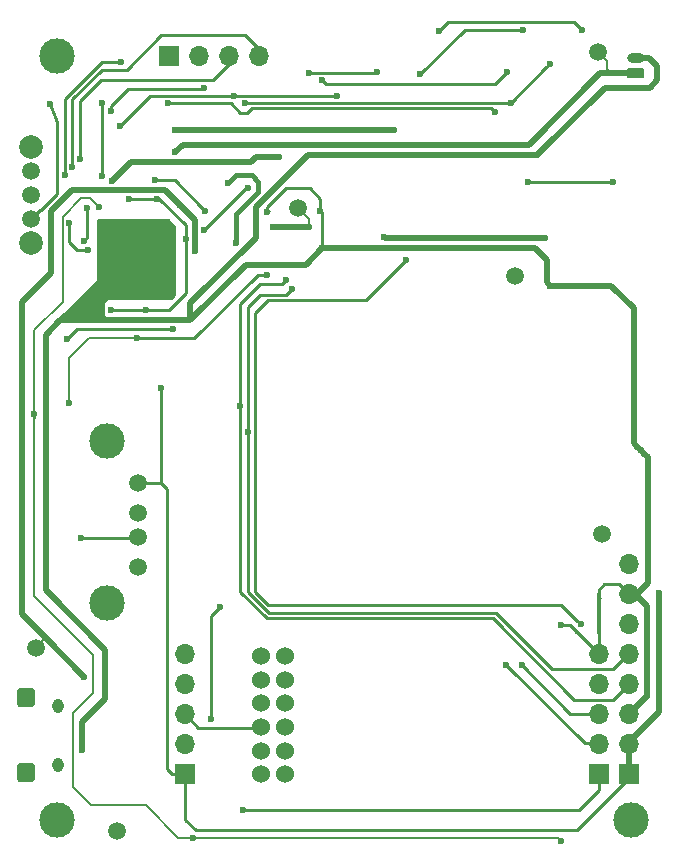
<source format=gbr>
G04 #@! TF.GenerationSoftware,KiCad,Pcbnew,(6.0.0-rc1-dev-1413-ga48e89956)*
G04 #@! TF.CreationDate,2019-10-25T11:37:15-06:00
G04 #@! TF.ProjectId,HAT_ver_6.0,4841545f-7665-4725-9f36-2e302e6b6963,5.1.1*
G04 #@! TF.SameCoordinates,Original*
G04 #@! TF.FileFunction,Copper,L2,Bot*
G04 #@! TF.FilePolarity,Positive*
%FSLAX46Y46*%
G04 Gerber Fmt 4.6, Leading zero omitted, Abs format (unit mm)*
G04 Created by KiCad (PCBNEW (6.0.0-rc1-dev-1413-ga48e89956)) date Friday, October 25, 2019 at 11:37:15 AM*
%MOMM*%
%LPD*%
G04 APERTURE LIST*
%ADD10C,0.350000*%
%ADD11C,1.524000*%
%ADD12C,3.000000*%
%ADD13R,0.400000X1.500000*%
%ADD14R,1.700000X1.700000*%
%ADD15O,1.700000X1.700000*%
%ADD16C,1.500000*%
%ADD17C,2.000000*%
%ADD18C,1.501140*%
%ADD19C,2.999740*%
%ADD20O,1.500000X0.850000*%
%ADD21C,0.100000*%
%ADD22C,0.850000*%
%ADD23O,0.950000X1.250000*%
%ADD24C,1.550000*%
%ADD25C,0.600000*%
%ADD26C,0.500000*%
%ADD27C,0.250000*%
%ADD28C,0.200000*%
%ADD29C,0.400000*%
%ADD30C,0.180000*%
%ADD31C,0.254000*%
G04 APERTURE END LIST*
D10*
X179755800Y-114308000D02*
X179755800Y-113308000D01*
D11*
X153203000Y-127428000D03*
X153203000Y-125428000D03*
X153203000Y-123428000D03*
X153203000Y-121428000D03*
X153203000Y-119428000D03*
X153203000Y-117428000D03*
X151203000Y-117428000D03*
X151203000Y-127428000D03*
X151203000Y-125428000D03*
X151203000Y-123428000D03*
X151203000Y-121428000D03*
X151203000Y-119428000D03*
D12*
X133908800Y-66614400D03*
D13*
X179755800Y-112808000D03*
X179755800Y-114808000D03*
D14*
X182321200Y-127422000D03*
D15*
X182321200Y-124882000D03*
X182321200Y-122342000D03*
X182321200Y-119802000D03*
X182321200Y-117262000D03*
X182321200Y-114722000D03*
X182321200Y-112182000D03*
X182321200Y-109642000D03*
D16*
X131724400Y-76384400D03*
X131724400Y-78384400D03*
X131724400Y-80384400D03*
D17*
X131724400Y-74284400D03*
X131724400Y-82484400D03*
D18*
X140792200Y-109880400D03*
X140792200Y-107340400D03*
X140792200Y-105308400D03*
X140792200Y-102768400D03*
D19*
X138125200Y-112928400D03*
X138125200Y-99212400D03*
D14*
X179781200Y-127422000D03*
D15*
X179781200Y-124882000D03*
X179781200Y-122342000D03*
X179781200Y-119802000D03*
X179781200Y-117262000D03*
D14*
X144729200Y-127422000D03*
D15*
X144729200Y-124882000D03*
X144729200Y-122342000D03*
X144729200Y-119802000D03*
X144729200Y-117262000D03*
D20*
X182880000Y-66822000D03*
D21*
G36*
X183438329Y-67648023D02*
G01*
X183458957Y-67651083D01*
X183479185Y-67656150D01*
X183498820Y-67663176D01*
X183517672Y-67672092D01*
X183535559Y-67682813D01*
X183552309Y-67695235D01*
X183567760Y-67709240D01*
X183581765Y-67724691D01*
X183594187Y-67741441D01*
X183604908Y-67759328D01*
X183613824Y-67778180D01*
X183620850Y-67797815D01*
X183625917Y-67818043D01*
X183628977Y-67838671D01*
X183630000Y-67859500D01*
X183630000Y-68284500D01*
X183628977Y-68305329D01*
X183625917Y-68325957D01*
X183620850Y-68346185D01*
X183613824Y-68365820D01*
X183604908Y-68384672D01*
X183594187Y-68402559D01*
X183581765Y-68419309D01*
X183567760Y-68434760D01*
X183552309Y-68448765D01*
X183535559Y-68461187D01*
X183517672Y-68471908D01*
X183498820Y-68480824D01*
X183479185Y-68487850D01*
X183458957Y-68492917D01*
X183438329Y-68495977D01*
X183417500Y-68497000D01*
X182342500Y-68497000D01*
X182321671Y-68495977D01*
X182301043Y-68492917D01*
X182280815Y-68487850D01*
X182261180Y-68480824D01*
X182242328Y-68471908D01*
X182224441Y-68461187D01*
X182207691Y-68448765D01*
X182192240Y-68434760D01*
X182178235Y-68419309D01*
X182165813Y-68402559D01*
X182155092Y-68384672D01*
X182146176Y-68365820D01*
X182139150Y-68346185D01*
X182134083Y-68325957D01*
X182131023Y-68305329D01*
X182130000Y-68284500D01*
X182130000Y-67859500D01*
X182131023Y-67838671D01*
X182134083Y-67818043D01*
X182139150Y-67797815D01*
X182146176Y-67778180D01*
X182155092Y-67759328D01*
X182165813Y-67741441D01*
X182178235Y-67724691D01*
X182192240Y-67709240D01*
X182207691Y-67695235D01*
X182224441Y-67682813D01*
X182242328Y-67672092D01*
X182261180Y-67663176D01*
X182280815Y-67656150D01*
X182301043Y-67651083D01*
X182321671Y-67648023D01*
X182342500Y-67647000D01*
X183417500Y-67647000D01*
X183438329Y-67648023D01*
X183438329Y-67648023D01*
G37*
D22*
X182880000Y-68072000D03*
D16*
X132105400Y-116713000D03*
X179705000Y-66294000D03*
X138938000Y-132207000D03*
X154279600Y-79476600D03*
X180060600Y-107086400D03*
D14*
X143408400Y-66624400D03*
D15*
X145948400Y-66624400D03*
X148488400Y-66624400D03*
X151028400Y-66624400D03*
D12*
X182524400Y-131267200D03*
X133908800Y-131267200D03*
D16*
X172643800Y-85267800D03*
D23*
X133967200Y-121613800D03*
X133967200Y-126613800D03*
D21*
G36*
X131692682Y-120115666D02*
G01*
X131730297Y-120121246D01*
X131767185Y-120130486D01*
X131802990Y-120143297D01*
X131837366Y-120159556D01*
X131869983Y-120179106D01*
X131900527Y-120201758D01*
X131928704Y-120227296D01*
X131954242Y-120255473D01*
X131976894Y-120286017D01*
X131996444Y-120318634D01*
X132012703Y-120353010D01*
X132025514Y-120388815D01*
X132034754Y-120425703D01*
X132040334Y-120463318D01*
X132042200Y-120501300D01*
X132042200Y-121376300D01*
X132040334Y-121414282D01*
X132034754Y-121451897D01*
X132025514Y-121488785D01*
X132012703Y-121524590D01*
X131996444Y-121558966D01*
X131976894Y-121591583D01*
X131954242Y-121622127D01*
X131928704Y-121650304D01*
X131900527Y-121675842D01*
X131869983Y-121698494D01*
X131837366Y-121718044D01*
X131802990Y-121734303D01*
X131767185Y-121747114D01*
X131730297Y-121756354D01*
X131692682Y-121761934D01*
X131654700Y-121763800D01*
X130879700Y-121763800D01*
X130841718Y-121761934D01*
X130804103Y-121756354D01*
X130767215Y-121747114D01*
X130731410Y-121734303D01*
X130697034Y-121718044D01*
X130664417Y-121698494D01*
X130633873Y-121675842D01*
X130605696Y-121650304D01*
X130580158Y-121622127D01*
X130557506Y-121591583D01*
X130537956Y-121558966D01*
X130521697Y-121524590D01*
X130508886Y-121488785D01*
X130499646Y-121451897D01*
X130494066Y-121414282D01*
X130492200Y-121376300D01*
X130492200Y-120501300D01*
X130494066Y-120463318D01*
X130499646Y-120425703D01*
X130508886Y-120388815D01*
X130521697Y-120353010D01*
X130537956Y-120318634D01*
X130557506Y-120286017D01*
X130580158Y-120255473D01*
X130605696Y-120227296D01*
X130633873Y-120201758D01*
X130664417Y-120179106D01*
X130697034Y-120159556D01*
X130731410Y-120143297D01*
X130767215Y-120130486D01*
X130804103Y-120121246D01*
X130841718Y-120115666D01*
X130879700Y-120113800D01*
X131654700Y-120113800D01*
X131692682Y-120115666D01*
X131692682Y-120115666D01*
G37*
D24*
X131267200Y-120938800D03*
D21*
G36*
X131692682Y-126465666D02*
G01*
X131730297Y-126471246D01*
X131767185Y-126480486D01*
X131802990Y-126493297D01*
X131837366Y-126509556D01*
X131869983Y-126529106D01*
X131900527Y-126551758D01*
X131928704Y-126577296D01*
X131954242Y-126605473D01*
X131976894Y-126636017D01*
X131996444Y-126668634D01*
X132012703Y-126703010D01*
X132025514Y-126738815D01*
X132034754Y-126775703D01*
X132040334Y-126813318D01*
X132042200Y-126851300D01*
X132042200Y-127726300D01*
X132040334Y-127764282D01*
X132034754Y-127801897D01*
X132025514Y-127838785D01*
X132012703Y-127874590D01*
X131996444Y-127908966D01*
X131976894Y-127941583D01*
X131954242Y-127972127D01*
X131928704Y-128000304D01*
X131900527Y-128025842D01*
X131869983Y-128048494D01*
X131837366Y-128068044D01*
X131802990Y-128084303D01*
X131767185Y-128097114D01*
X131730297Y-128106354D01*
X131692682Y-128111934D01*
X131654700Y-128113800D01*
X130879700Y-128113800D01*
X130841718Y-128111934D01*
X130804103Y-128106354D01*
X130767215Y-128097114D01*
X130731410Y-128084303D01*
X130697034Y-128068044D01*
X130664417Y-128048494D01*
X130633873Y-128025842D01*
X130605696Y-128000304D01*
X130580158Y-127972127D01*
X130557506Y-127941583D01*
X130537956Y-127908966D01*
X130521697Y-127874590D01*
X130508886Y-127838785D01*
X130499646Y-127801897D01*
X130494066Y-127764282D01*
X130492200Y-127726300D01*
X130492200Y-126851300D01*
X130494066Y-126813318D01*
X130499646Y-126775703D01*
X130508886Y-126738815D01*
X130521697Y-126703010D01*
X130537956Y-126668634D01*
X130557506Y-126636017D01*
X130580158Y-126605473D01*
X130605696Y-126577296D01*
X130633873Y-126551758D01*
X130664417Y-126529106D01*
X130697034Y-126509556D01*
X130731410Y-126493297D01*
X130767215Y-126480486D01*
X130804103Y-126471246D01*
X130841718Y-126465666D01*
X130879700Y-126463800D01*
X131654700Y-126463800D01*
X131692682Y-126465666D01*
X131692682Y-126465666D01*
G37*
D24*
X131267200Y-127288800D03*
D25*
X138531600Y-77216000D03*
X152654000Y-75133200D03*
X156362400Y-68661191D03*
X171983400Y-67995800D03*
X143916400Y-72898000D03*
X162407600Y-72898000D03*
X171907200Y-118160800D03*
X135206230Y-76055946D03*
X173228000Y-118160800D03*
X135839200Y-75336400D03*
X136474200Y-79527400D03*
X136169400Y-82276199D03*
X138480800Y-88087200D03*
X141469720Y-88117000D03*
X144811990Y-82148200D03*
X140004800Y-78740000D03*
X142341602Y-78740000D03*
X139242800Y-72542400D03*
X157606998Y-69977000D03*
X152146000Y-81127600D03*
X155219400Y-81102200D03*
X148412200Y-77343000D03*
X149047200Y-82443599D03*
X148844000Y-69977000D03*
X155194000Y-68021200D03*
X161010600Y-67995800D03*
X142671800Y-94742000D03*
X184861200Y-112090200D03*
X136194800Y-119176800D03*
X145592810Y-83159600D03*
X130911600Y-88900000D03*
X144311892Y-79197200D03*
X173786800Y-77317600D03*
X180949600Y-77317602D03*
X134574487Y-76722022D03*
X176546011Y-114816300D03*
X170942000Y-71323200D03*
X143306800Y-70612000D03*
X139293600Y-67106800D03*
X143739444Y-89731600D03*
X134772400Y-90551000D03*
X149606000Y-130454400D03*
X146964400Y-122732800D03*
X147726400Y-113233200D03*
X142177607Y-77153607D03*
X146431002Y-79730600D03*
X175209200Y-82042000D03*
X161594802Y-81955600D03*
X135890000Y-107391190D03*
X153263600Y-85598000D03*
X149428200Y-96291400D03*
X153822400Y-86309200D03*
X150037800Y-98475800D03*
X175666400Y-86055200D03*
X182727600Y-91694000D03*
X137718800Y-76758800D03*
X137718800Y-70561200D03*
X156311600Y-82905600D03*
X139665200Y-89001600D03*
X142189200Y-82151250D03*
X141122400Y-82151250D03*
X140108950Y-82151250D03*
X138996450Y-82151250D03*
X138996450Y-83263750D03*
X140108950Y-83263750D03*
X141221450Y-83263750D03*
X142333950Y-83261200D03*
X142333950Y-84277200D03*
X141221450Y-84376250D03*
X140108950Y-84277200D03*
X138996450Y-84376250D03*
X138996450Y-85488750D03*
X140050500Y-85547200D03*
X141221450Y-85488750D03*
X142240000Y-85488750D03*
X156159199Y-79705201D03*
X151714200Y-79806800D03*
X183311800Y-99999800D03*
X136037202Y-125369200D03*
X143916400Y-74777600D03*
X140665200Y-90525600D03*
X151714200Y-85140800D03*
X134924800Y-95961200D03*
X133324600Y-70713600D03*
X137490200Y-79425800D03*
X145389600Y-132842000D03*
X176580800Y-133070600D03*
X131953000Y-96901000D03*
X138506200Y-71272400D03*
X146304000Y-69367400D03*
X134936010Y-80772129D03*
X136497860Y-83047395D03*
X146322810Y-81381600D03*
X149809200Y-70582010D03*
X150037800Y-77800200D03*
X175641000Y-67284600D03*
X172343590Y-70582010D03*
X166268400Y-64465200D03*
X178333400Y-64414400D03*
X163423600Y-83896200D03*
X164642800Y-68148200D03*
X173355000Y-64389000D03*
X178257200Y-114731800D03*
D26*
X152229736Y-75133200D02*
X152654000Y-75133200D01*
X150760796Y-75133200D02*
X152229736Y-75133200D01*
X150303596Y-75590400D02*
X150760796Y-75133200D01*
X140157200Y-75590400D02*
X150303596Y-75590400D01*
X138531600Y-77216000D02*
X140157200Y-75590400D01*
D27*
X145866000Y-123478800D02*
X144729200Y-122342000D01*
X151279200Y-123478800D02*
X145866000Y-123478800D01*
X156362400Y-68661191D02*
X156662399Y-68961190D01*
X156662399Y-68961190D02*
X171018010Y-68961190D01*
X171018010Y-68961190D02*
X171683401Y-68295799D01*
X171683401Y-68295799D02*
X171983400Y-67995800D01*
D26*
X143916400Y-72898000D02*
X161290000Y-72898000D01*
X162407600Y-72898000D02*
X161290000Y-72898000D01*
D27*
X178562000Y-124815600D02*
X171907200Y-118160800D01*
X179714800Y-124815600D02*
X178562000Y-124815600D01*
X179781200Y-124882000D02*
X179714800Y-124815600D01*
X137723399Y-67762601D02*
X135206230Y-70279770D01*
X135183399Y-76033115D02*
X135206230Y-76055946D01*
X151028400Y-66700400D02*
X151028400Y-66065400D01*
X135206230Y-75175568D02*
X135183399Y-75198399D01*
X142729002Y-64820800D02*
X139787201Y-67762601D01*
X135183399Y-75198399D02*
X135183399Y-76033115D01*
X135206230Y-70279770D02*
X135206230Y-75175568D01*
X139787201Y-67762601D02*
X137723399Y-67762601D01*
X149783800Y-64820800D02*
X142729002Y-64820800D01*
X151028400Y-66065400D02*
X149783800Y-64820800D01*
X179740200Y-122301000D02*
X179781200Y-122342000D01*
X177368200Y-122301000D02*
X179740200Y-122301000D01*
X173228000Y-118160800D02*
X177368200Y-122301000D01*
X135839200Y-74912136D02*
X135839200Y-75336400D01*
X148488400Y-66700400D02*
X148488400Y-67335400D01*
X137617200Y-68681600D02*
X135839200Y-70459600D01*
X148488400Y-67335400D02*
X147142200Y-68681600D01*
X135839200Y-70459600D02*
X135839200Y-74912136D01*
X147142200Y-68681600D02*
X137617200Y-68681600D01*
X136469399Y-81976200D02*
X136169400Y-82276199D01*
X136474200Y-79527400D02*
X136474200Y-81971399D01*
X136474200Y-81971399D02*
X136469399Y-81976200D01*
X138480800Y-88087200D02*
X141439920Y-88087200D01*
X141439920Y-88087200D02*
X141469720Y-88117000D01*
X144830800Y-82346800D02*
X144830800Y-82167010D01*
X144830800Y-82167010D02*
X144811990Y-82148200D01*
X142544800Y-78689200D02*
X140226810Y-78689200D01*
X140226810Y-78689200D02*
X140157203Y-78758807D01*
X144811990Y-80956390D02*
X142544800Y-78689200D01*
X144811990Y-82148200D02*
X144811990Y-80956390D01*
D28*
X142322795Y-78758807D02*
X142341602Y-78740000D01*
D27*
X144811990Y-82572464D02*
X144811990Y-82148200D01*
X144811990Y-86683610D02*
X144811990Y-82572464D01*
X143378600Y-88117000D02*
X144811990Y-86683610D01*
X141469720Y-88117000D02*
X143378600Y-88117000D01*
X157182734Y-69977000D02*
X157606998Y-69977000D01*
X139242800Y-72542400D02*
X141808200Y-69977000D01*
D26*
X152146000Y-81127600D02*
X155194000Y-81127600D01*
X155194000Y-81127600D02*
X155219400Y-81102200D01*
D28*
X155219400Y-80416400D02*
X155219400Y-81102200D01*
X154279600Y-79476600D02*
X155219400Y-80416400D01*
D29*
X149047200Y-80010000D02*
X149047200Y-82443599D01*
X150952200Y-78105000D02*
X149047200Y-80010000D01*
X150952200Y-77317600D02*
X150952200Y-78105000D01*
X150368000Y-76733400D02*
X150952200Y-77317600D01*
X148412200Y-77343000D02*
X149021800Y-76733400D01*
X149021800Y-76733400D02*
X150368000Y-76733400D01*
D27*
X148844000Y-69977000D02*
X157182734Y-69977000D01*
X141808200Y-69977000D02*
X148844000Y-69977000D01*
X160985200Y-68021200D02*
X161010600Y-67995800D01*
X155194000Y-68021200D02*
X160985200Y-68021200D01*
X144729200Y-130962400D02*
X144729200Y-130759200D01*
X144729200Y-130759200D02*
X144729200Y-127422000D01*
X142671800Y-95166264D02*
X142671800Y-94742000D01*
X141853666Y-102768400D02*
X142671800Y-102768400D01*
X140792200Y-102768400D02*
X141853666Y-102768400D01*
X142671800Y-102768400D02*
X142671800Y-95166264D01*
X143205200Y-103301800D02*
X142671800Y-102768400D01*
X143629200Y-127422000D02*
X143205200Y-126998000D01*
X143205200Y-126998000D02*
X143205200Y-103301800D01*
X144729200Y-127422000D02*
X143629200Y-127422000D01*
D26*
X184861200Y-112090200D02*
X184861200Y-122138800D01*
X182458000Y-124882000D02*
X182321200Y-124882000D01*
X182321200Y-124678800D02*
X182321200Y-127422000D01*
X184861200Y-122138800D02*
X182321200Y-124678800D01*
D27*
X145643600Y-132181600D02*
X144729200Y-131267200D01*
X177947802Y-132160798D02*
X177230198Y-132160798D01*
X177209396Y-132181600D02*
X145643600Y-132181600D01*
X177230198Y-132160798D02*
X177209396Y-132181600D01*
X144729200Y-131267200D02*
X144729200Y-130759200D01*
X182321200Y-127787400D02*
X177947802Y-132160798D01*
X182321200Y-127422000D02*
X182321200Y-127787400D01*
D26*
X145592810Y-82735336D02*
X145592810Y-83159600D01*
X145592810Y-80478118D02*
X145592810Y-82735336D01*
X133400800Y-79730600D02*
X135172201Y-77959199D01*
X130911600Y-87477600D02*
X133400800Y-84988400D01*
X135172201Y-77959199D02*
X143073891Y-77959199D01*
X133400800Y-84988400D02*
X133400800Y-79730600D01*
D30*
X132892800Y-115925600D02*
X132943600Y-115925600D01*
X132105400Y-116713000D02*
X132892800Y-115925600D01*
D26*
X132943600Y-115925600D02*
X130911600Y-113893600D01*
X136194800Y-119176800D02*
X132943600Y-115925600D01*
X130911600Y-88900000D02*
X130911600Y-87477600D01*
X130911600Y-113893600D02*
X130911600Y-88900000D01*
X144311892Y-79197200D02*
X145592810Y-80478118D01*
X143073891Y-77959199D02*
X144311892Y-79197200D01*
D27*
X140566580Y-109931200D02*
X140769780Y-109728000D01*
X180949598Y-77317600D02*
X180949600Y-77317602D01*
X173786800Y-77317600D02*
X180949598Y-77317600D01*
X177335500Y-114816300D02*
X176546011Y-114816300D01*
X179781200Y-117262000D02*
X177335500Y-114816300D01*
X170942000Y-71323200D02*
X170630820Y-71012020D01*
X170630820Y-71012020D02*
X150374380Y-71012020D01*
X150374380Y-71012020D02*
X149961600Y-71424800D01*
X149961600Y-71424800D02*
X149402800Y-71424800D01*
X148590000Y-70612000D02*
X143306800Y-70612000D01*
X149402800Y-71424800D02*
X148590000Y-70612000D01*
X134574487Y-70284049D02*
X137751736Y-67106800D01*
X138869336Y-67106800D02*
X139293600Y-67106800D01*
X134574487Y-76722022D02*
X134574487Y-70284049D01*
X137751736Y-67106800D02*
X138869336Y-67106800D01*
X177335500Y-114816300D02*
X177872400Y-115353200D01*
X179755800Y-117236600D02*
X179781200Y-117262000D01*
X179755800Y-114808000D02*
X179755800Y-117236600D01*
X135591800Y-89731600D02*
X135072399Y-90251001D01*
X143739444Y-89731600D02*
X135591800Y-89731600D01*
X135072399Y-90251001D02*
X134772400Y-90551000D01*
X146964400Y-122732800D02*
X146964400Y-113995200D01*
X146964400Y-113995200D02*
X147426401Y-113533199D01*
X147426401Y-113533199D02*
X147726400Y-113233200D01*
X179781200Y-128803400D02*
X179781200Y-127422000D01*
X178130200Y-130454400D02*
X179781200Y-128803400D01*
X149606000Y-130454400D02*
X178130200Y-130454400D01*
X143854009Y-77153607D02*
X146131003Y-79430601D01*
X142177607Y-77153607D02*
X143854009Y-77153607D01*
X146131003Y-79430601D02*
X146431002Y-79730600D01*
X161681202Y-82042000D02*
X161594802Y-81955600D01*
D26*
X175209200Y-82042000D02*
X161681202Y-82042000D01*
D27*
X136314264Y-107391190D02*
X135890000Y-107391190D01*
X140768060Y-107188000D02*
X140564870Y-107391190D01*
X140741410Y-107391190D02*
X140792200Y-107340400D01*
X135890000Y-107391190D02*
X140741410Y-107391190D01*
X182321200Y-119802000D02*
X181016000Y-121107200D01*
X151638000Y-114198400D02*
X149428200Y-111988600D01*
X181016000Y-121107200D02*
X177698400Y-121107200D01*
X177698400Y-121107200D02*
X170789600Y-114198400D01*
X170789600Y-114198400D02*
X151638000Y-114198400D01*
X149428200Y-111988600D02*
X149428200Y-96715664D01*
X149428200Y-96715664D02*
X149428200Y-96291400D01*
X151109401Y-85897999D02*
X149428200Y-87579200D01*
X149428200Y-95867136D02*
X149428200Y-96291400D01*
X149428200Y-87579200D02*
X149428200Y-95867136D01*
X152963601Y-85897999D02*
X151109401Y-85897999D01*
X153263600Y-85598000D02*
X152963601Y-85897999D01*
X151816115Y-113768389D02*
X150037800Y-111990074D01*
X171070789Y-113768389D02*
X151816115Y-113768389D01*
X175844200Y-118541800D02*
X171070789Y-113768389D01*
X180975000Y-118541800D02*
X175844200Y-118541800D01*
X182321200Y-117195600D02*
X180975000Y-118541800D01*
X150037800Y-111990074D02*
X150037800Y-98475800D01*
X153522401Y-86609199D02*
X153822400Y-86309200D01*
X153314400Y-86817200D02*
X153522401Y-86609199D01*
X151079200Y-86817200D02*
X153314400Y-86817200D01*
X150037800Y-87858600D02*
X151079200Y-86817200D01*
X150037800Y-98475800D02*
X150037800Y-87858600D01*
X183896000Y-111252000D02*
X183946800Y-111252000D01*
X137718800Y-76758800D02*
X137718800Y-70561200D01*
D26*
X180797200Y-86055200D02*
X175666400Y-86055200D01*
X182727600Y-87985600D02*
X180797200Y-86055200D01*
X182727600Y-91694000D02*
X182727600Y-87985600D01*
X134162800Y-89001600D02*
X139665200Y-89001600D01*
X132943600Y-90220800D02*
X134162800Y-89001600D01*
X132943600Y-111861600D02*
X132943600Y-90220800D01*
X139665200Y-89001600D02*
X145186400Y-89001600D01*
X145186400Y-89001600D02*
X149910800Y-84277200D01*
X154940000Y-84277200D02*
X156311600Y-82905600D01*
X149910800Y-84277200D02*
X154940000Y-84277200D01*
X174396400Y-82905600D02*
X156311600Y-82905600D01*
X175366401Y-83875601D02*
X174396400Y-82905600D01*
X175366401Y-85755201D02*
X175366401Y-83875601D01*
X175666400Y-86055200D02*
X175366401Y-85755201D01*
D27*
X132943600Y-109829600D02*
X133045200Y-109931200D01*
X132943600Y-111861600D02*
X132943600Y-109829600D01*
D26*
X182966000Y-112182000D02*
X182321200Y-112182000D01*
X183896000Y-111252000D02*
X182966000Y-112182000D01*
D28*
X182321200Y-112182000D02*
X182997200Y-112182000D01*
X182997200Y-112182000D02*
X183007000Y-112191800D01*
D26*
X183946800Y-111252000D02*
X183007000Y-112191800D01*
D27*
X179781200Y-112471200D02*
X179832000Y-112522000D01*
D26*
X132943600Y-111861600D02*
X137998200Y-116916200D01*
D27*
X156311600Y-82905600D02*
X156311600Y-79857602D01*
X156311600Y-79857602D02*
X156159199Y-79705201D01*
X151815799Y-79705201D02*
X151714200Y-79806800D01*
X155295600Y-77825600D02*
X156159199Y-78689199D01*
X153271136Y-77825600D02*
X155295600Y-77825600D01*
X156159199Y-78689199D02*
X156159199Y-79705201D01*
X151714200Y-79382536D02*
X153271136Y-77825600D01*
X151714200Y-79806800D02*
X151714200Y-79382536D01*
X180231799Y-111332001D02*
X181471201Y-111332001D01*
X179755800Y-111808000D02*
X180231799Y-111332001D01*
X181471201Y-111332001D02*
X182321200Y-112182000D01*
X179755800Y-112808000D02*
X179755800Y-111808000D01*
D26*
X183870600Y-113157000D02*
X183870600Y-120853200D01*
X182956200Y-112242600D02*
X183870600Y-113157000D01*
X183007000Y-112191800D02*
X182956200Y-112242600D01*
X183171199Y-121492001D02*
X182321200Y-122342000D01*
X183810000Y-120853200D02*
X183171199Y-121492001D01*
X183870600Y-120853200D02*
X183810000Y-120853200D01*
X182727600Y-99415600D02*
X183011801Y-99699801D01*
X183896000Y-100584000D02*
X183611799Y-100299799D01*
X182727600Y-91694000D02*
X182727600Y-99415600D01*
X183011801Y-99699801D02*
X183311800Y-99999800D01*
X183611799Y-100299799D02*
X183311800Y-99999800D01*
X183896000Y-111252000D02*
X183896000Y-100584000D01*
X137998200Y-116916200D02*
X137998200Y-120853200D01*
X137998200Y-120853200D02*
X137998200Y-121056400D01*
X136037202Y-123017398D02*
X136037202Y-125369200D01*
X137998200Y-121056400D02*
X136037202Y-123017398D01*
X150723600Y-79425800D02*
X150723600Y-81991200D01*
X184030000Y-66822000D02*
X184695800Y-67487800D01*
X174599600Y-74955400D02*
X174599600Y-74980800D01*
X145186400Y-87528400D02*
X145186400Y-89001600D01*
X180263800Y-69291200D02*
X174599600Y-74955400D01*
X155168600Y-74980800D02*
X150723600Y-79425800D01*
X184073800Y-69291200D02*
X180263800Y-69291200D01*
X184695800Y-68669200D02*
X184073800Y-69291200D01*
X174599600Y-74980800D02*
X155168600Y-74980800D01*
X184695800Y-67487800D02*
X184695800Y-68669200D01*
X150723600Y-81991200D02*
X145186400Y-87528400D01*
X182880000Y-66822000D02*
X184030000Y-66822000D01*
X144559986Y-74134014D02*
X143916400Y-74777600D01*
X173846186Y-74134014D02*
X144559986Y-74134014D01*
X179908200Y-68072000D02*
X173846186Y-74134014D01*
D30*
X180454999Y-67043999D02*
X180454999Y-67704399D01*
X179705000Y-66294000D02*
X180454999Y-67043999D01*
D26*
X180822600Y-68072000D02*
X179908200Y-68072000D01*
D30*
X180454999Y-67704399D02*
X180822600Y-68072000D01*
D26*
X182880000Y-68072000D02*
X180822600Y-68072000D01*
D27*
X145491200Y-90525600D02*
X150876000Y-85140800D01*
X140665200Y-90525600D02*
X145491200Y-90525600D01*
X150876000Y-85140800D02*
X151289936Y-85140800D01*
X151289936Y-85140800D02*
X151714200Y-85140800D01*
D30*
X136575800Y-90525600D02*
X140665200Y-90525600D01*
X134899400Y-92202000D02*
X136575800Y-90525600D01*
X134924800Y-92227400D02*
X134924800Y-95961200D01*
X134899400Y-92202000D02*
X134924800Y-92227400D01*
D27*
X132474399Y-79634401D02*
X131724400Y-80384400D01*
X132506399Y-79634401D02*
X132474399Y-79634401D01*
X133858000Y-72186800D02*
X133858000Y-78282800D01*
X133858000Y-78282800D02*
X132506399Y-79634401D01*
X133324600Y-70713600D02*
X133858000Y-72186800D01*
D30*
X176352200Y-132842000D02*
X176580800Y-133070600D01*
X145389600Y-132842000D02*
X176352200Y-132842000D01*
X137490200Y-79425800D02*
X136702800Y-78638400D01*
X135229600Y-128524000D02*
X136779000Y-130073400D01*
X131953000Y-112318800D02*
X136956800Y-117322600D01*
X144170400Y-132842000D02*
X145389600Y-132842000D01*
X136702800Y-78638400D02*
X135971902Y-78638400D01*
X135229600Y-122250200D02*
X135229600Y-128524000D01*
X135971902Y-78638400D02*
X134366000Y-80244302D01*
X136779000Y-130073400D02*
X141401800Y-130073400D01*
X141401800Y-130073400D02*
X144170400Y-132842000D01*
X136956800Y-120523000D02*
X135229600Y-122250200D01*
X134366000Y-87426800D02*
X131953000Y-89839800D01*
X134366000Y-80244302D02*
X134366000Y-87426800D01*
X136956800Y-117322600D02*
X136956800Y-120523000D01*
X131953000Y-98272600D02*
X131953000Y-112318800D01*
D27*
X131953000Y-97256600D02*
X131953000Y-96901000D01*
D30*
X131953000Y-89839800D02*
X131953000Y-97256600D01*
X131953000Y-97256600D02*
X131953000Y-98272600D01*
D27*
X138506200Y-70848136D02*
X139910736Y-69443600D01*
X138506200Y-71272400D02*
X138506200Y-70848136D01*
X146227800Y-69443600D02*
X146304000Y-69367400D01*
X139910736Y-69443600D02*
X146227800Y-69443600D01*
X136487255Y-83058000D02*
X136497860Y-83047395D01*
X134936010Y-82383410D02*
X135610600Y-83058000D01*
X135610600Y-83058000D02*
X136487255Y-83058000D01*
X134936010Y-80772129D02*
X134936010Y-82383410D01*
X146322810Y-81381600D02*
X149904210Y-77800200D01*
X149904210Y-77800200D02*
X150037800Y-77800200D01*
X149809200Y-70582010D02*
X172343590Y-70582010D01*
X172343590Y-70582010D02*
X175341001Y-67584599D01*
X175341001Y-67584599D02*
X175641000Y-67284600D01*
X178033401Y-64114401D02*
X178333400Y-64414400D01*
X166268400Y-64465200D02*
X166977494Y-63756106D01*
X177675106Y-63756106D02*
X178033401Y-64114401D01*
X166977494Y-63756106D02*
X177675106Y-63756106D01*
X172930736Y-64389000D02*
X173355000Y-64389000D01*
X168402000Y-64389000D02*
X172930736Y-64389000D01*
X164642800Y-68148200D02*
X168402000Y-64389000D01*
X163423600Y-83896200D02*
X160072589Y-87247211D01*
X160072589Y-87247211D02*
X151741389Y-87247211D01*
X151741389Y-87247211D02*
X150647400Y-88341200D01*
X150647400Y-88341200D02*
X150647400Y-111991548D01*
X150647400Y-111991548D02*
X151741453Y-113085601D01*
X177957201Y-114431801D02*
X178257200Y-114731800D01*
X151741453Y-113085601D02*
X176611001Y-113085601D01*
X176611001Y-113085601D02*
X177957201Y-114431801D01*
D31*
G36*
X143840200Y-81078606D02*
G01*
X143840200Y-86815394D01*
X143558994Y-87096600D01*
X138226800Y-87096600D01*
X138178199Y-87106267D01*
X138136997Y-87133797D01*
X137832197Y-87438597D01*
X137804667Y-87479799D01*
X137795000Y-87528400D01*
X137795000Y-87843125D01*
X137753800Y-87942591D01*
X137753800Y-88231809D01*
X137795000Y-88331275D01*
X137795000Y-88544400D01*
X137804667Y-88593001D01*
X137832197Y-88634203D01*
X138021794Y-88823800D01*
X134167945Y-88823800D01*
X137299914Y-85739285D01*
X137327758Y-85698295D01*
X137337800Y-85648800D01*
X137337800Y-80543400D01*
X143304994Y-80543400D01*
X143840200Y-81078606D01*
X143840200Y-81078606D01*
G37*
X143840200Y-81078606D02*
X143840200Y-86815394D01*
X143558994Y-87096600D01*
X138226800Y-87096600D01*
X138178199Y-87106267D01*
X138136997Y-87133797D01*
X137832197Y-87438597D01*
X137804667Y-87479799D01*
X137795000Y-87528400D01*
X137795000Y-87843125D01*
X137753800Y-87942591D01*
X137753800Y-88231809D01*
X137795000Y-88331275D01*
X137795000Y-88544400D01*
X137804667Y-88593001D01*
X137832197Y-88634203D01*
X138021794Y-88823800D01*
X134167945Y-88823800D01*
X137299914Y-85739285D01*
X137327758Y-85698295D01*
X137337800Y-85648800D01*
X137337800Y-80543400D01*
X143304994Y-80543400D01*
X143840200Y-81078606D01*
M02*

</source>
